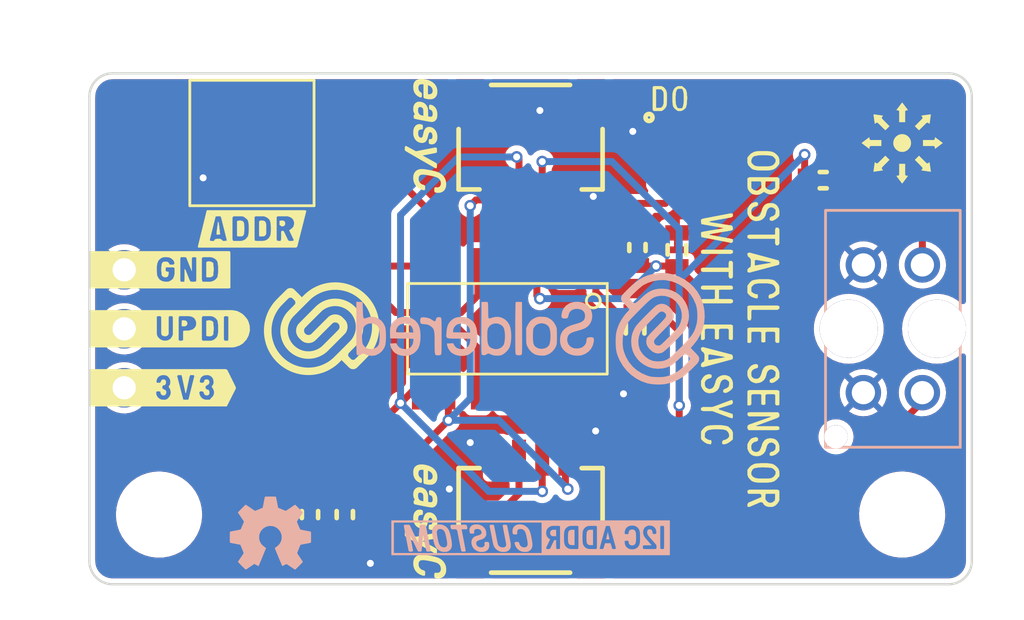
<source format=kicad_pcb>
(kicad_pcb (version 20210623) (generator pcbnew)
  (title_block (title "Obstacle sensor with easyC") (date "2021-07-01") (rev "V1.1.1.") (company "SOLDERED") (comment 1 "333004"))
  (layers (0 "F.Cu" mixed) (31 "B.Cu" signal) (34 "B.Paste" user) (35 "F.Paste" user) (36 "B.SilkS" user "B.Silkscreen") (37 "F.SilkS" user "F.Silkscreen") (38 "B.Mask" user) (39 "F.Mask" user) (44 "Edge.Cuts" user))
  (net 0 "")
  (net 1 "A0")
  (net 2 "GND")
  (net 3 "3V3")
  (net 4 "Net-(D1-Pad1)")
  (net 5 "SDA")
  (net 6 "SCL")
  (net 7 "UPDI")
  (net 8 "ADD3")
  (net 9 "ADD2")
  (net 10 "ADD1")
  (net 11 "Net-(R1-Pad1)")
  (net 13 "D0")
  (footprint "buzzardLabel" (layer "F.Cu") (at 99.6 116.46)
    (fp_text reference "" (at 0 0) (layer "F.SilkS") (effects (font (size 1.27 1.27))))
    (fp_text value "" (at 0 0) (layer "F.SilkS") (effects (font (size 1.27 1.27))))
  )
  (footprint "Soldered Graphics:Logo-Front-easyC-5mm" (layer "F.Cu") (at 114.5 110.7 -90)
    (fp_text reference "G***" hide)
    (fp_text value "LOGO" hide)
  )
  (footprint "e-radionica.com footprinti:easyC-connector" (layer "F.Cu") (at 119 126.7 180)
    (fp_text reference "K3")
    (fp_text value "easyC-SMD")
    (pad "1" smd rect locked (at -1.5 2.15 180) (size 0.6 1.55) (layers "F.Cu" "F.Paste" "F.Mask") (net 6 "SCL"))
    (pad "2" smd rect locked (at -0.5 2.15 180) (size 0.6 1.55) (layers "F.Cu" "F.Paste" "F.Mask") (net 5 "SDA"))
    (pad "3" smd rect locked (at 0.5 2.15 180) (size 0.6 1.55) (layers "F.Cu" "F.Paste" "F.Mask") (net 3 "3V3"))
    (pad "4" smd rect locked (at 1.5 2.15 180) (size 0.6 1.55) (layers "F.Cu" "F.Paste" "F.Mask") (net 2 "GND"))
    (pad "5" smd rect locked (at 2.6 -2.15 180) (size 1.2 1.8) (layers "F.Cu" "F.Paste" "F.Mask") (net 2 "GND"))
    (pad "5" smd rect locked (at -2.6 -2.15 180) (size 1.2 1.8) (layers "F.Cu" "F.Paste" "F.Mask") (net 2 "GND"))
  )
  (footprint "e-radionica.com footprinti:easyC-connector" (layer "F.Cu") (at 119 111.3)
    (fp_text reference "K1")
    (fp_text value "easyC-SMD")
    (pad "1" smd rect locked (at -1.5 2.15) (size 0.6 1.55) (layers "F.Cu" "F.Paste" "F.Mask") (net 6 "SCL"))
    (pad "2" smd rect locked (at -0.5 2.15) (size 0.6 1.55) (layers "F.Cu" "F.Paste" "F.Mask") (net 5 "SDA"))
    (pad "3" smd rect locked (at 0.5 2.15) (size 0.6 1.55) (layers "F.Cu" "F.Paste" "F.Mask") (net 3 "3V3"))
    (pad "4" smd rect locked (at 1.5 2.15) (size 0.6 1.55) (layers "F.Cu" "F.Paste" "F.Mask") (net 2 "GND"))
    (pad "5" smd rect locked (at -2.6 -2.15) (size 1.2 1.8) (layers "F.Cu" "F.Paste" "F.Mask") (net 2 "GND"))
    (pad "5" smd rect locked (at 2.6 -2.15) (size 1.2 1.8) (layers "F.Cu" "F.Paste" "F.Mask") (net 2 "GND"))
  )
  (footprint "e-radionica.com footprinti:0603R" (layer "F.Cu") (at 123.6 115.5 90)
    (fp_text reference "R2")
    (fp_text value "10k")
    (pad "1" smd rect locked (at -0.775 0 180) (size 1 0.64) (layers "F.Cu" "F.Paste" "F.Mask") (net 1 "A0"))
    (pad "2" smd rect locked (at 0.775 0 180) (size 1 0.64) (layers "F.Cu" "F.Paste" "F.Mask") (net 3 "3V3"))
  )
  (footprint "buzzardLabel" (layer "F.Cu") (at 99.6 121.54)
    (fp_text reference "" (at 0 0) (layer "F.SilkS") (effects (font (size 1.27 1.27))))
    (fp_text value "" (at 0 0) (layer "F.SilkS") (effects (font (size 1.27 1.27))))
  )
  (footprint "e-radionica.com footprinti:0603C" (layer "F.Cu") (at 123.5 119 -90)
    (fp_text reference "C2")
    (fp_text value "0.1uF")
    (pad "1" smd rect locked (at -0.73 0 270) (size 0.66 1) (layers "F.Cu" "F.Paste" "F.Mask") (net 3 "3V3"))
    (pad "2" smd rect locked (at 0.73 0 270) (size 0.66 1) (layers "F.Cu" "F.Paste" "F.Mask") (net 2 "GND"))
  )
  (footprint "buzzardLabel" (layer "F.Cu") (at 129 119 -90)
    (fp_text reference "" (at 0 0 90) (layer "F.SilkS") (effects (font (size 1.27 1.27))))
    (fp_text value "" (at 0 0 90) (layer "F.SilkS") (effects (font (size 1.27 1.27))))
  )
  (footprint "buzzardLabel" (layer "F.Cu") (at 107 114.7)
    (fp_text reference "" (at 0 0) (layer "F.SilkS") (effects (font (size 1.27 1.27))))
    (fp_text value "" (at 0 0) (layer "F.SilkS") (effects (font (size 1.27 1.27))))
  )
  (footprint "e-radionica.com footprinti:0603R" (layer "F.Cu") (at 111 127 -90)
    (fp_text reference "R5")
    (fp_text value "10k")
    (pad "1" smd rect locked (at -0.775 0) (size 1 0.64) (layers "F.Cu" "F.Paste" "F.Mask") (net 6 "SCL"))
    (pad "2" smd rect locked (at 0.775 0) (size 1 0.64) (layers "F.Cu" "F.Paste" "F.Mask") (net 3 "3V3"))
  )
  (footprint "e-radionica.com footprinti:0402R" (layer "F.Cu") (at 125 112.5 180)
    (fp_text reference "R3")
    (fp_text value "2k2")
    (pad "1" smd rect locked (at -0.5 0 270) (size 0.64 0.54) (layers "F.Cu" "F.Paste" "F.Mask") (net 13 "D0"))
    (pad "2" smd rect locked (at 0.5 0 270) (size 0.64 0.54) (layers "F.Cu" "F.Paste" "F.Mask") (net 4 "Net-(D1-Pad1)"))
  )
  (footprint "buzzardLabel" (layer "F.Cu") (at 127 119 -90)
    (fp_text reference "" (at 0 0 90) (layer "F.SilkS") (effects (font (size 1.27 1.27))))
    (fp_text value "" (at 0 0 90) (layer "F.SilkS") (effects (font (size 1.27 1.27))))
  )
  (footprint "e-radionica.com footprinti:0603C" (layer "F.Cu") (at 125.3 115.6 -90)
    (fp_text reference "C1")
    (fp_text value "0.1uF")
    (pad "1" smd rect locked (at -0.73 0 270) (size 0.66 1) (layers "F.Cu" "F.Paste" "F.Mask") (net 2 "GND"))
    (pad "2" smd rect locked (at 0.73 0 270) (size 0.66 1) (layers "F.Cu" "F.Paste" "F.Mask") (net 1 "A0"))
  )
  (footprint "buzzardLabel" (layer "F.Cu") (at 99.6 119)
    (fp_text reference "" (at 0 0) (layer "F.SilkS") (effects (font (size 1.27 1.27))))
    (fp_text value "" (at 0 0) (layer "F.SilkS") (effects (font (size 1.27 1.27))))
  )
  (footprint "Soldered Graphics:Logo-Back-OSH-3.5mm" (layer "F.Cu") (at 107.8 127.8)
    (fp_text reference "G***" hide)
    (fp_text value "LOGO" hide)
  )
  (footprint "e-radionica.com footprinti:DSHP03TS-S" (layer "F.Cu") (at 107 111 180)
    (fp_text reference "K4")
    (fp_text value "DSHP03TS-S")
    (pad "1" smd rect locked (at -3.81 -1.27 270) (size 0.76 1.27) (layers "F.Cu" "F.Paste" "F.Mask") (net 10 "ADD1"))
    (pad "2" smd rect locked (at 3.81 -1.27 270) (size 0.76 1.27) (layers "F.Cu" "F.Paste" "F.Mask") (net 2 "GND"))
    (pad "3" smd rect locked (at -3.81 0 270) (size 0.76 1.27) (layers "F.Cu" "F.Paste" "F.Mask") (net 9 "ADD2"))
    (pad "4" smd rect locked (at 3.81 0 270) (size 0.76 1.27) (layers "F.Cu" "F.Paste" "F.Mask") (net 2 "GND"))
    (pad "5" smd rect locked (at -3.81 1.27 270) (size 0.76 1.27) (layers "F.Cu" "F.Paste" "F.Mask") (net 8 "ADD3"))
    (pad "6" smd rect locked (at 3.81 1.27 270) (size 0.76 1.27) (layers "F.Cu" "F.Paste" "F.Mask") (net 2 "GND"))
  )
  (footprint "buzzardLabel" (layer "F.Cu") (at 125 109.1)
    (fp_text reference "" (at 0 0) (layer "F.SilkS") (effects (font (size 1.27 1.27))))
    (fp_text value "" (at 0 0) (layer "F.SilkS") (effects (font (size 1.27 1.27))))
  )
  (footprint "e-radionica.com footprinti:0402LED" (layer "F.Cu") (at 125 110.5 180)
    (fp_text reference "D1")
    (fp_text value "purple")
    (pad "1" smd rect locked (at -0.55 0 270) (size 0.75 0.45) (layers "F.Cu" "F.Paste" "F.Mask") (net 4 "Net-(D1-Pad1)"))
    (pad "2" smd rect locked (at 0.55 0 270) (size 0.75 0.45) (layers "F.Cu" "F.Paste" "F.Mask") (net 2 "GND"))
  )
  (footprint "Soldered Graphics:Logo-Front-Soldered-5mm" (layer "F.Cu") (at 110 119 -90)
    (fp_text reference "G***" hide)
    (fp_text value "LOGO" hide)
  )
  (footprint "Soldered Graphics:Logo-Front-easyC-5mm" (layer "F.Cu") (at 114.5 127.3 -90)
    (fp_text reference "G***" hide)
    (fp_text value "LOGO" hide)
  )
  (footprint "e-radionica.com footprinti:0603R" (layer "F.Cu") (at 109.5 127 -90)
    (fp_text reference "R4")
    (fp_text value "10k")
    (pad "1" smd rect locked (at -0.775 0) (size 1 0.64) (layers "F.Cu" "F.Paste" "F.Mask") (net 5 "SDA"))
    (pad "2" smd rect locked (at 0.775 0) (size 1 0.64) (layers "F.Cu" "F.Paste" "F.Mask") (net 3 "3V3"))
  )
  (footprint "e-radionica.com footprinti:FIDUCIAL_23" (layer "F.Cu") (at 107.1 110.7)
    (fp_text reference "FD1")
    (fp_text value "FIDUCIAL")
    (fp_circle (center 0 0) (end 1 0) (layer "F.Cu") (width 0.2) (fill none))
    (pad "1" smd circle (at 0 0) (size 1 1) (layers "F.Cu" "F.Paste" "F.Mask") (clearance 1.1))
  )
  (footprint "e-radionica.com footprinti:HOLE_3.2mm" (layer "F.Cu") (at 135 127)
    (fp_text reference "H2" hide)
    (fp_text value "HOLE_3.2mm" hide)
    (pad "" np_thru_hole circle locked (at 0 0) (size 3.2 3.2) (drill 3.2) (layers F&B.Cu *.Mask))
  )
  (footprint "Soldered Graphics:Symbol-Front-Movement" (layer "F.Cu") (at 135 111)
    (fp_text reference "G***" hide)
    (fp_text value "LOGO" hide)
  )
  (footprint "Soldered Graphics:Logo-Back-SolderedFULL-15mm" (layer "F.Cu") (at 119 119)
    (fp_text reference "REF**" hide)
    (fp_text value "Logo-Front-SolderedFULL-15mm" hide)
  )
  (footprint "e-radionica.com footprinti:SOIC-14" (layer "F.Cu") (at 118 119 -90)
    (fp_text reference "U2")
    (fp_text value "ATTINY404-SSNR")
    (pad "1" smd rect locked (at -2.7 -3.81 270) (size 1.55 0.6) (layers "F.Cu" "F.Paste" "F.Mask") (net 3 "3V3"))
    (pad "2" smd rect locked (at -2.7 -2.54 270) (size 1.55 0.6) (layers "F.Cu" "F.Paste" "F.Mask") (net 13 "D0"))
    (pad "3" smd rect locked (at -2.7 -1.27 270) (size 1.55 0.6) (layers "F.Cu" "F.Paste" "F.Mask") (net 1 "A0"))
    (pad "4" smd rect locked (at -2.7 0 270) (size 1.55 0.6) (layers "F.Cu" "F.Paste" "F.Mask"))
    (pad "5" smd rect locked (at -2.7 1.27 270) (size 1.55 0.6) (layers "F.Cu" "F.Paste" "F.Mask") (net 8 "ADD3"))
    (pad "6" smd rect locked (at -2.7 2.54 270) (size 1.55 0.6) (layers "F.Cu" "F.Paste" "F.Mask") (net 9 "ADD2"))
    (pad "7" smd rect locked (at -2.7 3.81 270) (size 1.55 0.6) (layers "F.Cu" "F.Paste" "F.Mask") (net 10 "ADD1"))
    (pad "8" smd rect locked (at 2.7 3.81 270) (size 1.55 0.6) (layers "F.Cu" "F.Paste" "F.Mask") (net 5 "SDA"))
    (pad "9" smd rect locked (at 2.7 2.54 270) (size 1.55 0.6) (layers "F.Cu" "F.Paste" "F.Mask") (net 6 "SCL"))
    (pad "10" smd rect locked (at 2.7 1.27 270) (size 1.55 0.6) (layers "F.Cu" "F.Paste" "F.Mask") (net 7 "UPDI"))
    (pad "11" smd rect locked (at 2.7 0 270) (size 1.55 0.6) (layers "F.Cu" "F.Paste" "F.Mask"))
    (pad "12" smd rect locked (at 2.7 -1.27 270) (size 1.55 0.6) (layers "F.Cu" "F.Paste" "F.Mask"))
    (pad "13" smd rect locked (at 2.7 -2.54 270) (size 1.55 0.6) (layers "F.Cu" "F.Paste" "F.Mask"))
    (pad "14" smd rect locked (at 2.7 -3.81 270) (size 1.55 0.6) (layers "F.Cu" "F.Paste" "F.Mask") (net 2 "GND"))
  )
  (footprint "e-radionica.com footprinti:0603R" (layer "F.Cu") (at 131.6 112.6 180)
    (fp_text reference "R1")
    (fp_text value "300R")
    (pad "1" smd rect locked (at -0.775 0 270) (size 1 0.64) (layers "F.Cu" "F.Paste" "F.Mask") (net 11 "Net-(R1-Pad1)"))
    (pad "2" smd rect locked (at 0.775 0 270) (size 1 0.64) (layers "F.Cu" "F.Paste" "F.Mask") (net 3 "3V3"))
  )
  (footprint "e-radionica.com footprinti:HOLE_3.2mm" (layer "F.Cu") (at 103 127)
    (fp_text reference "H1" hide)
    (fp_text value "HOLE_3.2mm" hide)
    (pad "" np_thru_hole circle locked (at 0 0) (size 3.2 3.2) (drill 3.2) (layers F&B.Cu *.Mask))
  )
  (footprint "Soldered Graphics:Symbol-Front_I2C_ADDR_CUSTOM" (layer "B.Cu") (at 119 128 180)
    (fp_text reference "REF**" hide)
    (fp_text value "Symbol-Front_I2C_ADDR_CUSTOM" hide)
  )
  (footprint "e-radionica.com footprinti:TCRT5000L" (layer "B.Cu") (at 134.6 119 90)
    (fp_text reference "U1")
    (fp_text value "tcrt5000L")
    (pad "" thru_hole circle locked (at 0 -1.9 90) (size 2.5 2.5) (drill 2.5) (layers *.Cu *.Mask))
    (pad "" thru_hole circle locked (at -4.65 -2.45 90) (size 1 1) (drill 1) (layers *.Cu *.Mask))
    (pad "" thru_hole circle locked (at 0 1.9 90) (size 2.5 2.5) (drill 2.5) (layers *.Cu *.Mask))
    (pad "A" thru_hole circle locked (at 2.75 1.27 90) (size 1.524 1.524) (drill 1) (layers *.Cu *.Mask) (net 11 "Net-(R1-Pad1)"))
    (pad "Cath" thru_hole circle locked (at 2.75 -1.27 90) (size 1.524 1.524) (drill 1) (layers *.Cu *.Mask) (net 2 "GND"))
    (pad "Coll" thru_hole circle locked (at -2.75 1.27 90) (size 1.524 1.524) (drill 1) (layers *.Cu *.Mask) (net 1 "A0"))
    (pad "E" thru_hole circle locked (at -2.75 -1.27 90) (size 1.524 1.524) (drill 1) (layers *.Cu *.Mask) (net 2 "GND"))
  )
  (footprint "e-radionica.com footprinti:HEADER-UPDI" (layer "B.Cu") (at 101.5 119 90)
    (fp_text reference "K2")
    (fp_text value "HEADER-UPDI")
    (pad "1" thru_hole circle locked (at -2.54 0 90) (size 1.7 1.7) (drill 1) (layers *.Cu *.Mask) (net 3 "3V3"))
    (pad "2" thru_hole circle locked (at 0 0 90) (size 1.7 1.7) (drill 1) (layers *.Cu *.Mask) (net 7 "UPDI"))
    (pad "3" thru_hole circle locked (at 2.54 0 90) (size 1.7 1.7) (drill 1) (layers *.Cu *.Mask) (net 2 "GND"))
  )
  (gr_line (start 137 130) (end 101 130) (layer "Edge.Cuts") (width 0.1))
  (gr_line (start 101 108) (end 137 108) (layer "Edge.Cuts") (width 0.1))
  (gr_line (start 138 109) (end 138 129) (layer "Edge.Cuts") (width 0.1))
  (gr_arc (start 137 109) (end 137 108) (angle 90) (layer "Edge.Cuts") (width 0.1))
  (gr_line (start 100 129) (end 100 109) (layer "Edge.Cuts") (width 0.1))
  (gr_arc (start 137 129) (end 138 129) (angle 90) (layer "Edge.Cuts") (width 0.1))
  (gr_arc (start 101 129) (end 101 130) (angle 90) (layer "Edge.Cuts") (width 0.1))
  (gr_arc (start 101 109) (end 101 108) (angle -90) (layer "Edge.Cuts") (width 0.1))
  (segment (start 119.27 116.3) (end 119.27 117.57) (width 0.3) (layer "F.Cu") (net 1))
  (segment (start 124.4 116.3) (end 123.625 116.3) (width 0.3) (layer "F.Cu") (net 1))
  (segment (start 133 125) (end 130.9 125) (width 0.3) (layer "F.Cu") (net 1))
  (segment (start 135.87 121.75) (end 135.87 122.13) (width 0.3) (layer "F.Cu") (net 1))
  (segment (start 127.5 121.6) (end 127.5 118.53) (width 0.3) (layer "F.Cu") (net 1))
  (segment (start 124.4 116.3) (end 125.27 116.3) (width 0.3) (layer "F.Cu") (net 1))
  (segment (start 119.27 117.57) (end 119.4 117.7) (width 0.3) (layer "F.Cu") (net 1))
  (segment (start 127.5 118.53) (end 125.3 116.33) (width 0.3) (layer "F.Cu") (net 1))
  (segment (start 125.27 116.3) (end 125.3 116.33) (width 0.3) (layer "F.Cu") (net 1))
  (segment (start 123.625 116.3) (end 123.6 116.275) (width 0.3) (layer "F.Cu") (net 1))
  (segment (start 130.9 125) (end 127.5 121.6) (width 0.3) (layer "F.Cu") (net 1))
  (segment (start 135.87 122.13) (end 133 125) (width 0.3) (layer "F.Cu") (net 1))
  (via (at 119.4 117.7) (size 0.5) (drill 0.3) (layers "F.Cu" "B.Cu") (net 1))
  (via (at 124.4 116.3) (size 0.5) (drill 0.3) (layers "F.Cu" "B.Cu") (net 1))
  (segment (start 123 117.7) (end 124.4 116.3) (width 0.3) (layer "B.Cu") (net 1))
  (segment (start 119.4 117.7) (end 123 117.7) (width 0.3) (layer "B.Cu") (net 1))
  (via (at 115.5 125.9) (size 0.5) (drill 0.3) (layers "F.Cu" "B.Cu") (net 2))
  (via (at 112.1 129.1) (size 0.5) (drill 0.3) (layers "F.Cu" "B.Cu") (net 2))
  (via (at 104.9 112.5) (size 0.5) (drill 0.3) (layers "F.Cu" "B.Cu") (net 2))
  (via (at 121.8 123.4) (size 0.5) (drill 0.3) (layers "F.Cu" "B.Cu") (net 2))
  (via (at 121.7 113.3) (size 0.5) (drill 0.3) (layers "F.Cu" "B.Cu") (net 2))
  (via (at 116.4 123.9) (size 0.5) (drill 0.3) (layers "F.Cu" "B.Cu") (net 2))
  (via (at 119.4 109.6) (size 0.5) (drill 0.3) (layers "F.Cu" "B.Cu") (net 2))
  (via (at 123.4 110.5) (size 0.5) (drill 0.3) (layers "F.Cu" "B.Cu") (net 2))
  (via (at 123 121.8) (size 0.5) (drill 0.3) (layers "F.Cu" "B.Cu") (net 2))
  (segment (start 109.5 127.775) (end 111 127.775) (width 0.3) (layer "F.Cu") (net 3))
  (segment (start 123.5 118.27) (end 122.67 118.27) (width 0.3) (layer "F.Cu") (net 3))
  (segment (start 124.57 118.27) (end 123.5 118.27) (width 0.3) (layer "F.Cu") (net 3))
  (segment (start 111 127.775) (end 112.325 127.775) (width 0.3) (layer "F.Cu") (net 3))
  (segment (start 122.9 126.8) (end 125.4 124.3) (width 0.3) (layer "F.Cu") (net 3))
  (segment (start 122.975 114.725) (end 123.6 114.725) (width 0.3) (layer "F.Cu") (net 3))
  (segment (start 130.8 112.575) (end 130.825 112.6) (width 0.3) (layer "F.Cu") (net 3))
  (segment (start 117.8 126.8) (end 122.9 126.8) (width 0.3) (layer "F.Cu") (net 3))
  (segment (start 121.81 115.89) (end 122.975 114.725) (width 0.3) (layer "F.Cu") (net 3))
  (segment (start 104.24 121.54) (end 107.6 124.9) (width 0.3) (layer "F.Cu") (net 3))
  (segment (start 121.81 116.3) (end 121.81 115.89) (width 0.3) (layer "F.Cu") (net 3))
  (segment (start 112.325 127.775) (end 113.3 126.8) (width 0.3) (layer "F.Cu") (net 3))
  (segment (start 118.5 126.1) (end 118.5 124.55) (width 0.3) (layer "F.Cu") (net 3))
  (segment (start 125.4 124.3) (end 125.4 119.1) (width 0.3) (layer "F.Cu") (net 3))
  (segment (start 101.5 121.54) (end 104.24 121.54) (width 0.3) (layer "F.Cu") (net 3))
  (segment (start 107.6 124.9) (end 107.6 127.3) (width 0.3) (layer "F.Cu") (net 3))
  (segment (start 108.075 127.775) (end 109.5 127.775) (width 0.3) (layer "F.Cu") (net 3))
  (segment (start 122.67 118.27) (end 121.81 117.41) (width 0.3) (layer "F.Cu") (net 3))
  (segment (start 121.81 117.41) (end 121.81 116.3) (width 0.3) (layer "F.Cu") (net 3))
  (segment (start 113.3 126.8) (end 117.8 126.8) (width 0.3) (layer "F.Cu") (net 3))
  (segment (start 125.4 119.1) (end 124.57 118.27) (width 0.3) (layer "F.Cu") (net 3))
  (segment (start 107.6 127.3) (end 108.075 127.775) (width 0.3) (layer "F.Cu") (net 3))
  (segment (start 119.5 111.8) (end 119.5 113.45) (width 0.3) (layer "F.Cu") (net 3))
  (segment (start 117.8 126.8) (end 118.5 126.1) (width 0.3) (layer "F.Cu") (net 3))
  (segment (start 130.8 111.5) (end 130.8 112.575) (width 0.3) (layer "F.Cu") (net 3))
  (via (at 125.4 122.3) (size 0.5) (drill 0.3) (layers "F.Cu" "B.Cu") (net 3))
  (via (at 119.5 111.8) (size 0.5) (drill 0.3) (layers "F.Cu" "B.Cu") (net 3))
  (via (at 130.8 111.5) (size 0.5) (drill 0.3) (layers "F.Cu" "B.Cu") (net 3))
  (segment (start 119.5 111.8) (end 122.5 111.8) (width 0.3) (layer "B.Cu") (net 3))
  (segment (start 122.5 111.8) (end 125.4 114.7) (width 0.3) (layer "B.Cu") (net 3))
  (segment (start 125.4 116.9) (end 130.8 111.5) (width 0.3) (layer "B.Cu") (net 3))
  (segment (start 125.4 122.3) (end 125.4 116.9) (width 0.3) (layer "B.Cu") (net 3))
  (segment (start 125.4 114.7) (end 125.4 116.9) (width 0.3) (layer "B.Cu") (net 3))
  (segment (start 124.5 112.5) (end 124.5 112.2) (width 0.3) (layer "F.Cu") (net 4))
  (segment (start 124.5 112.2) (end 125.55 111.15) (width 0.3) (layer "F.Cu") (net 4))
  (segment (start 125.55 111.15) (end 125.55 110.5) (width 0.3) (layer "F.Cu") (net 4))
  (segment (start 113.4 122.2) (end 109.5 126.1) (width 0.3) (layer "F.Cu") (net 5))
  (segment (start 113.4 122.2) (end 113.9 121.7) (width 0.3) (layer "F.Cu") (net 5))
  (segment (start 109.5 126.1) (end 109.5 126.225) (width 0.3) (layer "F.Cu") (net 5))
  (segment (start 119.5 124.55) (end 119.5 126) (width 0.3) (layer "F.Cu") (net 5))
  (segment (start 118.5 111.7) (end 118.4 111.6) (width 0.3) (layer "F.Cu") (net 5))
  (segment (start 118.5 113.45) (end 118.5 111.7) (width 0.3) (layer "F.Cu") (net 5))
  (segment (start 113.9 121.7) (end 114.19 121.7) (width 0.3) (layer "F.Cu") (net 5))
  (via (at 119.5 126) (size 0.5) (drill 0.3) (layers "F.Cu" "B.Cu") (net 5))
  (via (at 118.4 111.6) (size 0.5) (drill 0.3) (layers "F.Cu" "B.Cu") (net 5))
  (via (at 113.4 122.2) (size 0.5) (drill 0.3) (layers "F.Cu" "B.Cu") (net 5))
  (segment (start 113.4 114.1) (end 113.4 122.2) (width 0.3) (layer "B.Cu") (net 5))
  (segment (start 113.4 122.2) (end 117.2 126) (width 0.3) (layer "B.Cu") (net 5))
  (segment (start 117.2 126) (end 119.5 126) (width 0.3) (layer "B.Cu") (net 5))
  (segment (start 118.4 111.6) (end 115.9 111.6) (width 0.3) (layer "B.Cu") (net 5))
  (segment (start 115.9 111.6) (end 113.4 114.1) (width 0.3) (layer "B.Cu") (net 5))
  (segment (start 112.175 126.225) (end 115.46 122.94) (width 0.3) (layer "F.Cu") (net 6))
  (segment (start 120.5 125.8) (end 120.6 125.9) (width 0.3) (layer "F.Cu") (net 6))
  (segment (start 116.65 113.45) (end 116.4 113.7) (width 0.3) (layer "F.Cu") (net 6))
  (segment (start 111 126.225) (end 112.175 126.225) (width 0.3) (layer "F.Cu") (net 6))
  (segment (start 115.46 122.94) (end 115.46 121.7) (width 0.3) (layer "F.Cu") (net 6))
  (segment (start 120.5 124.55) (end 120.5 125.8) (width 0.3) (layer "F.Cu") (net 6))
  (segment (start 117.5 113.45) (end 116.65 113.45) (width 0.3) (layer "F.Cu") (net 6))
  (via (at 116.4 113.7) (size 0.5) (drill 0.3) (layers "F.Cu" "B.Cu") (net 6))
  (via (at 120.6 125.9) (size 0.5) (drill 0.3) (layers "F.Cu" "B.Cu") (net 6))
  (via (at 115.46 122.94) (size 0.5) (drill 0.3) (layers "F.Cu" "B.Cu") (net 6))
  (segment (start 116.4 122) (end 115.46 122.94) (width 0.3) (layer "B.Cu") (net 6))
  (segment (start 116.4 113.7) (end 116.4 122) (width 0.3) (layer "B.Cu") (net 6))
  (segment (start 120.6 125.9) (end 117.64 122.94) (width 0.3) (layer "B.Cu") (net 6))
  (segment (start 117.64 122.94) (end 115.46 122.94) (width 0.3) (layer "B.Cu") (net 6))
  (segment (start 116.73 119.83) (end 115.9 119) (width 0.3) (layer "F.Cu") (net 7))
  (segment (start 115.9 119) (end 101.5 119) (width 0.3) (layer "F.Cu") (net 7))
  (segment (start 116.73 121.7) (end 116.73 119.83) (width 0.3) (layer "F.Cu") (net 7))
  (segment (start 116.73 116.3) (end 116.73 117.57) (width 0.3) (layer "F.Cu") (net 8))
  (segment (start 109.87 109.73) (end 110.81 109.73) (width 0.3) (layer "F.Cu") (net 8))
  (segment (start 113.2 118.3) (end 109.2 114.3) (width 0.3) (layer "F.Cu") (net 8))
  (segment (start 116.73 117.57) (end 116 118.3) (width 0.3) (layer "F.Cu") (net 8))
  (segment (start 109.2 114.3) (end 109.2 110.4) (width 0.3) (layer "F.Cu") (net 8))
  (segment (start 109.2 110.4) (end 109.87 109.73) (width 0.3) (layer "F.Cu") (net 8))
  (segment (start 116 118.3) (end 113.2 118.3) (width 0.3) (layer "F.Cu") (net 8))
  (segment (start 111.7 111) (end 110.81 111) (width 0.3) (layer "F.Cu") (net 9))
  (segment (start 115.46 116.3) (end 115.46 114.76) (width 0.3) (layer "F.Cu") (net 9))
  (segment (start 115.46 114.76) (end 111.7 111) (width 0.3) (layer "F.Cu") (net 9))
  (segment (start 112.8 116.3) (end 110.81 114.31) (width 0.3) (layer "F.Cu") (net 10))
  (segment (start 114.19 116.3) (end 112.8 116.3) (width 0.3) (layer "F.Cu") (net 10))
  (segment (start 110.81 114.31) (end 110.81 112.27) (width 0.3) (layer "F.Cu") (net 10))
  (segment (start 132.375 112.6) (end 133.5 112.6) (width 0.3) (layer "F.Cu") (net 11))
  (segment (start 135.87 114.97) (end 135.87 116.25) (width 0.3) (layer "F.Cu") (net 11))
  (segment (start 133.5 112.6) (end 135.87 114.97) (width 0.3) (layer "F.Cu") (net 11))
  (segment (start 122.7 113.6) (end 124.8 113.6) (width 0.3) (layer "F.Cu") (net 13))
  (segment (start 125.5 112.9) (end 125.5 112.5) (width 0.3) (layer "F.Cu") (net 13))
  (segment (start 124.8 113.6) (end 125.5 112.9) (width 0.3) (layer "F.Cu") (net 13))
  (segment (start 120.54 116.3) (end 120.54 115.76) (width 0.3) (layer "F.Cu") (net 13))
  (segment (start 120.54 115.76) (end 122.7 113.6) (width 0.3) (layer "F.Cu") (net 13))
  (zone (net 2) (net_name "GND") (layers F&B.Cu) (connect_pads (clearance 0.254)) (min_thickness 0.254) (fill yes (thermal_gap 0.254) (thermal_bridge_width 0.254))
    (polygon (pts (xy 138 130) (xy 100 130) (xy 100 108) (xy 138 108)))
  )
)
</source>
